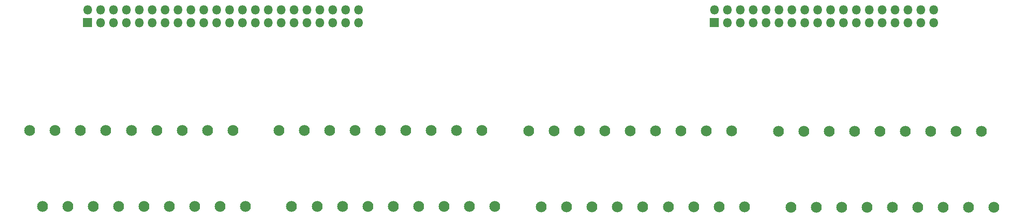
<source format=gbs>
G04 #@! TF.GenerationSoftware,KiCad,Pcbnew,5.1.10*
G04 #@! TF.CreationDate,2021-06-21T08:13:57-04:00*
G04 #@! TF.ProjectId,EVE-PCB-V4,4556452d-5043-4422-9d56-342e6b696361,rev?*
G04 #@! TF.SameCoordinates,Original*
G04 #@! TF.FileFunction,Soldermask,Bot*
G04 #@! TF.FilePolarity,Negative*
%FSLAX46Y46*%
G04 Gerber Fmt 4.6, Leading zero omitted, Abs format (unit mm)*
G04 Created by KiCad (PCBNEW 5.1.10) date 2021-06-21 08:13:57*
%MOMM*%
%LPD*%
G01*
G04 APERTURE LIST*
%ADD10O,1.802000X1.802000*%
%ADD11C,2.134000*%
G04 APERTURE END LIST*
G36*
G01*
X190689600Y-68490400D02*
X188989600Y-68490400D01*
G75*
G02*
X188938600Y-68439400I0J51000D01*
G01*
X188938600Y-66739400D01*
G75*
G02*
X188989600Y-66688400I51000J0D01*
G01*
X190689600Y-66688400D01*
G75*
G02*
X190740600Y-66739400I0J-51000D01*
G01*
X190740600Y-68439400D01*
G75*
G02*
X190689600Y-68490400I-51000J0D01*
G01*
G37*
D10*
X189839600Y-65049400D03*
X192379600Y-67589400D03*
X192379600Y-65049400D03*
X194919600Y-67589400D03*
X194919600Y-65049400D03*
X197459600Y-67589400D03*
X197459600Y-65049400D03*
X199999600Y-67589400D03*
X199999600Y-65049400D03*
X202539600Y-67589400D03*
X202539600Y-65049400D03*
X205079600Y-67589400D03*
X205079600Y-65049400D03*
X207619600Y-67589400D03*
X207619600Y-65049400D03*
X210159600Y-67589400D03*
X210159600Y-65049400D03*
X212699600Y-67589400D03*
X212699600Y-65049400D03*
X215239600Y-67589400D03*
X215239600Y-65049400D03*
X217779600Y-67589400D03*
X217779600Y-65049400D03*
X220319600Y-67589400D03*
X220319600Y-65049400D03*
X222859600Y-67589400D03*
X222859600Y-65049400D03*
X225399600Y-67589400D03*
X225399600Y-65049400D03*
X227939600Y-67589400D03*
X227939600Y-65049400D03*
X230479600Y-67589400D03*
X230479600Y-65049400D03*
X233019600Y-67589400D03*
X233019600Y-65049400D03*
G36*
G01*
X67245600Y-68490400D02*
X65545600Y-68490400D01*
G75*
G02*
X65494600Y-68439400I0J51000D01*
G01*
X65494600Y-66739400D01*
G75*
G02*
X65545600Y-66688400I51000J0D01*
G01*
X67245600Y-66688400D01*
G75*
G02*
X67296600Y-66739400I0J-51000D01*
G01*
X67296600Y-68439400D01*
G75*
G02*
X67245600Y-68490400I-51000J0D01*
G01*
G37*
X66395600Y-65049400D03*
X68935600Y-67589400D03*
X68935600Y-65049400D03*
X71475600Y-67589400D03*
X71475600Y-65049400D03*
X74015600Y-67589400D03*
X74015600Y-65049400D03*
X76555600Y-67589400D03*
X76555600Y-65049400D03*
X79095600Y-67589400D03*
X79095600Y-65049400D03*
X81635600Y-67589400D03*
X81635600Y-65049400D03*
X84175600Y-67589400D03*
X84175600Y-65049400D03*
X86715600Y-67589400D03*
X86715600Y-65049400D03*
X89255600Y-67589400D03*
X89255600Y-65049400D03*
X91795600Y-67589400D03*
X91795600Y-65049400D03*
X94335600Y-67589400D03*
X94335600Y-65049400D03*
X96875600Y-67589400D03*
X96875600Y-65049400D03*
X99415600Y-67589400D03*
X99415600Y-65049400D03*
X101955600Y-67589400D03*
X101955600Y-65049400D03*
X104495600Y-67589400D03*
X104495600Y-65049400D03*
X107035600Y-67589400D03*
X107035600Y-65049400D03*
X109575600Y-67589400D03*
X109575600Y-65049400D03*
X112115600Y-67589400D03*
X112115600Y-65049400D03*
X114655600Y-67589400D03*
X114655600Y-65049400D03*
X117195600Y-67589400D03*
X117195600Y-65049400D03*
X119735600Y-67589400D03*
X119735600Y-65049400D03*
D11*
X97505601Y-103886000D03*
X95005601Y-88886000D03*
X92505601Y-103886000D03*
X90005601Y-88886000D03*
X87505601Y-103886000D03*
X85005601Y-88886000D03*
X82505601Y-103886000D03*
X80005601Y-88886000D03*
X77505601Y-103886000D03*
X75005601Y-88886000D03*
X72505600Y-103886000D03*
X70005600Y-88886000D03*
X67505600Y-103886000D03*
X65005600Y-88886000D03*
X62505600Y-103886000D03*
X60005600Y-88886000D03*
X57505600Y-103886000D03*
X55005600Y-88886000D03*
X195752801Y-103936800D03*
X193252801Y-88936800D03*
X190752801Y-103936800D03*
X188252801Y-88936800D03*
X185752801Y-103936800D03*
X183252801Y-88936800D03*
X180752801Y-103936800D03*
X178252801Y-88936800D03*
X175752801Y-103936800D03*
X173252801Y-88936800D03*
X170752800Y-103936800D03*
X168252800Y-88936800D03*
X165752800Y-103936800D03*
X163252800Y-88936800D03*
X160752800Y-103936800D03*
X158252800Y-88936800D03*
X155752800Y-103936800D03*
X153252800Y-88936800D03*
X104078400Y-88886000D03*
X106578400Y-103886000D03*
X109078400Y-88886000D03*
X111578400Y-103886000D03*
X114078400Y-88886000D03*
X116578400Y-103886000D03*
X119078400Y-88886000D03*
X121578400Y-103886000D03*
X124078401Y-88886000D03*
X126578401Y-103886000D03*
X129078401Y-88886000D03*
X131578401Y-103886000D03*
X134078401Y-88886000D03*
X136578401Y-103886000D03*
X139078401Y-88886000D03*
X141578401Y-103886000D03*
X144078401Y-88886000D03*
X146578401Y-103886000D03*
X202427200Y-89038400D03*
X204927200Y-104038400D03*
X207427200Y-89038400D03*
X209927200Y-104038400D03*
X212427200Y-89038400D03*
X214927200Y-104038400D03*
X217427200Y-89038400D03*
X219927200Y-104038400D03*
X222427201Y-89038400D03*
X224927201Y-104038400D03*
X227427201Y-89038400D03*
X229927201Y-104038400D03*
X232427201Y-89038400D03*
X234927201Y-104038400D03*
X237427201Y-89038400D03*
X239927201Y-104038400D03*
X242427201Y-89038400D03*
X244927201Y-104038400D03*
M02*

</source>
